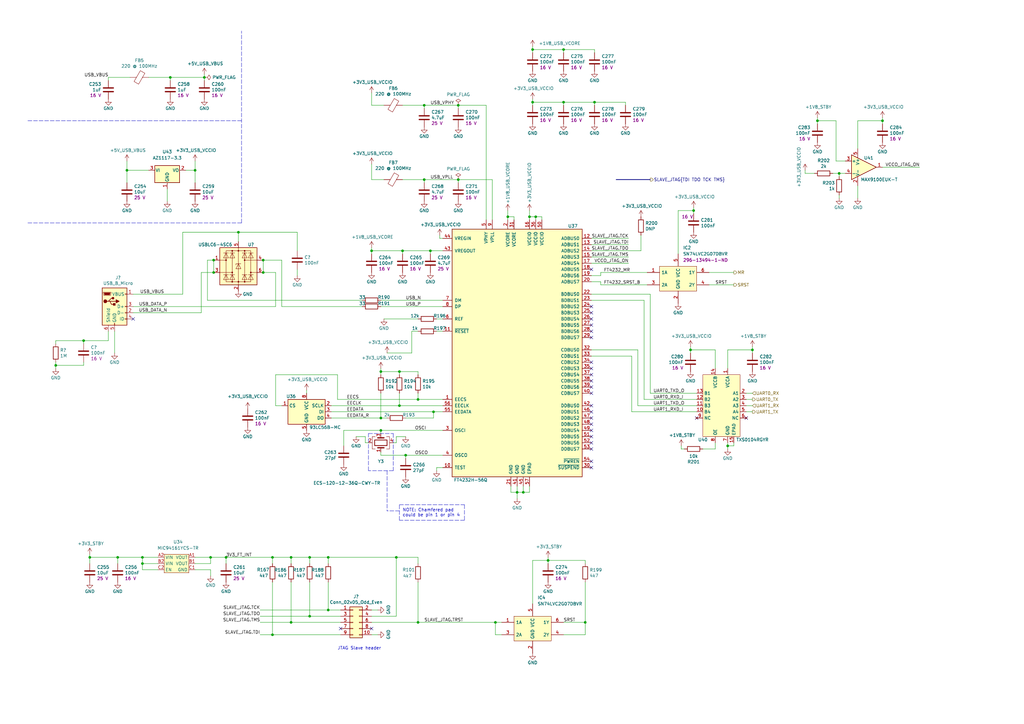
<source format=kicad_sch>
(kicad_sch (version 20211123) (generator eeschema)
  (paper "A3")
  (title_block (title "ATCA Template") (date "2022-08-28") (rev "1.0") (company "Karlsruhe Institute of Technology (KIT)") (comment 1 "Carsten Schmerbeck"))
  (junction (at 156.21 176.53))
  (junction (at 87.63 111.76))
  (junction (at 107.95 106.68))
  (junction (at 176.53 102.87))
  (junction (at 119.38 255.27))
  (junction (at 243.84 41.91))
  (junction (at 97.79 95.25))
  (junction (at 173.99 73.66))
  (junction (at 165.1 102.87))
  (junction (at 36.83 228.6))
  (junction (at 163.83 166.37))
  (junction (at 298.45 182.88))
  (junction (at 156.21 171.45))
  (junction (at 92.71 228.6))
  (junction (at 83.82 31.75))
  (junction (at 58.42 228.6))
  (junction (at 163.83 152.4))
  (junction (at 218.44 41.91))
  (junction (at 208.28 88.9))
  (junction (at 240.03 255.27))
  (junction (at 173.99 43.18))
  (junction (at 177.8 168.91))
  (junction (at 187.96 43.18))
  (junction (at 166.37 186.69))
  (junction (at 80.01 69.85))
  (junction (at 152.4 102.87))
  (junction (at 58.42 231.14))
  (junction (at 87.63 106.68))
  (junction (at 284.48 86.36))
  (junction (at 344.17 71.12))
  (junction (at 162.56 228.6))
  (junction (at 86.36 228.6))
  (junction (at 107.95 111.76))
  (junction (at 231.14 41.91))
  (junction (at 283.21 143.51))
  (junction (at 127 228.6))
  (junction (at 171.45 163.83))
  (junction (at 134.62 250.19))
  (junction (at 134.62 228.6))
  (junction (at 171.45 255.27))
  (junction (at 214.63 201.93))
  (junction (at 212.09 201.93))
  (junction (at 111.76 228.6))
  (junction (at 308.61 143.51))
  (junction (at 52.07 69.85))
  (junction (at 156.21 152.4))
  (junction (at 217.17 88.9))
  (junction (at 22.86 149.86))
  (junction (at 119.38 228.6))
  (junction (at 69.85 31.75))
  (junction (at 224.79 229.87))
  (junction (at 34.29 139.7))
  (junction (at 187.96 73.66))
  (junction (at 335.28 49.53))
  (junction (at 48.26 228.6))
  (junction (at 218.44 20.32))
  (junction (at 231.14 20.32))
  (junction (at 203.2 255.27))
  (junction (at 219.71 88.9))
  (junction (at 361.95 49.53))
  (junction (at 127 252.73))
  (junction (at 111.76 260.35))
  (no_connect (at 242.57 161.29))
  (no_connect (at 54.61 130.81))
  (no_connect (at 242.57 130.81))
  (no_connect (at 242.57 176.53))
  (no_connect (at 139.7 257.81))
  (no_connect (at 152.4 257.81))
  (no_connect (at 242.57 171.45))
  (no_connect (at 242.57 110.49))
  (no_connect (at 242.57 133.35))
  (no_connect (at 242.57 135.89))
  (no_connect (at 242.57 173.99))
  (no_connect (at 242.57 158.75))
  (no_connect (at 242.57 166.37))
  (no_connect (at 242.57 191.77))
  (no_connect (at 242.57 138.43))
  (no_connect (at 242.57 179.07))
  (no_connect (at 242.57 148.59))
  (no_connect (at 242.57 181.61))
  (no_connect (at 242.57 184.15))
  (no_connect (at 242.57 156.21))
  (no_connect (at 242.57 153.67))
  (no_connect (at 242.57 128.27))
  (no_connect (at 242.57 125.73))
  (no_connect (at 306.07 171.45))
  (no_connect (at 285.75 171.45))
  (no_connect (at 242.57 151.13))
  (no_connect (at 242.57 189.23))
  (no_connect (at 242.57 168.91))
  (polyline (pts (xy 11.43 49.53) (xy 33.02 49.53)))
  (wire (pts (xy 48.26 228.6) (xy 48.26 231.14)))
  (wire (pts (xy 243.84 43.18) (xy 243.84 41.91)))
  (wire (pts (xy 298.45 143.51) (xy 298.45 151.13)))
  (wire (pts (xy 279.4 182.88) (xy 279.4 184.15)))
  (wire (pts (xy 156.21 186.69) (xy 166.37 186.69)))
  (wire (pts (xy 300.99 181.61) (xy 300.99 182.88)))
  (wire (pts (xy 140.97 182.88) (xy 140.97 176.53)))
  (wire (pts (xy 173.99 43.18) (xy 187.96 43.18)))
  (wire (pts (xy 240.03 238.76) (xy 240.03 255.27)))
  (wire (pts (xy 158.75 144.78) (xy 168.91 144.78)))
  (wire (pts (xy 199.39 43.18) (xy 187.96 43.18)))
  (wire (pts (xy 152.4 252.73) (xy 162.56 252.73)))
  (wire (pts (xy 224.79 231.14) (xy 224.79 229.87)))
  (wire (pts (xy 152.4 43.18) (xy 157.48 43.18)))
  (wire (pts (xy 74.93 120.65) (xy 74.93 95.25)))
  (wire (pts (xy 219.71 88.9) (xy 217.17 88.9)))
  (wire (pts (xy 256.54 41.91) (xy 243.84 41.91)))
  (wire (pts (xy 168.91 135.89) (xy 168.91 144.78)))
  (wire (pts (xy 149.86 179.07) (xy 149.86 181.61)))
  (wire (pts (xy 107.95 106.68) (xy 107.95 111.76)))
  (wire (pts (xy 224.79 228.6) (xy 224.79 229.87)))
  (wire (pts (xy 97.79 95.25) (xy 97.79 99.06)))
  (wire (pts (xy 308.61 142.24) (xy 308.61 143.51)))
  (wire (pts (xy 205.74 260.35) (xy 203.2 260.35)))
  (wire (pts (xy 149.86 181.61) (xy 151.13 181.61)))
  (wire (pts (xy 279.4 184.15) (xy 280.67 184.15)))
  (wire (pts (xy 121.92 95.25) (xy 121.92 102.87)))
  (wire (pts (xy 115.57 125.73) (xy 148.59 125.73)))
  (wire (pts (xy 240.03 229.87) (xy 240.03 231.14)))
  (wire (pts (xy 334.01 71.12) (xy 330.2 71.12)))
  (wire (pts (xy 64.77 231.14) (xy 58.42 231.14)))
  (wire (pts (xy 179.07 130.81) (xy 181.61 130.81)))
  (wire (pts (xy 308.61 143.51) (xy 308.61 144.78)))
  (wire (pts (xy 257.81 97.79) (xy 242.57 97.79)))
  (wire (pts (xy 80.01 231.14) (xy 86.36 231.14)))
  (wire (pts (xy 111.76 260.35) (xy 106.68 260.35)))
  (wire (pts (xy 115.57 125.73) (xy 115.57 106.68)))
  (wire (pts (xy 106.68 252.73) (xy 127 252.73)))
  (wire (pts (xy 168.91 135.89) (xy 171.45 135.89)))
  (wire (pts (xy 152.4 250.19) (xy 154.94 250.19)))
  (wire (pts (xy 152.4 101.6) (xy 152.4 102.87)))
  (wire (pts (xy 64.77 233.68) (xy 58.42 233.68)))
  (wire (pts (xy 201.93 73.66) (xy 187.96 73.66)))
  (wire (pts (xy 134.62 228.6) (xy 127 228.6)))
  (wire (pts (xy 86.36 228.6) (xy 92.71 228.6)))
  (wire (pts (xy 218.44 43.18) (xy 218.44 41.91)))
  (wire (pts (xy 284.48 86.36) (xy 278.13 86.36)))
  (wire (pts (xy 127 252.73) (xy 139.7 252.73)))
  (wire (pts (xy 208.28 88.9) (xy 208.28 90.17)))
  (wire (pts (xy 361.95 48.26) (xy 361.95 49.53)))
  (wire (pts (xy 283.21 143.51) (xy 283.21 144.78)))
  (wire (pts (xy 209.55 199.39) (xy 209.55 201.93)))
  (wire (pts (xy 163.83 166.37) (xy 181.61 166.37)))
  (wire (pts (xy 218.44 21.59) (xy 218.44 20.32)))
  (wire (pts (xy 138.43 163.83) (xy 138.43 153.67)))
  (wire (pts (xy 346.71 71.12) (xy 344.17 71.12)))
  (wire (pts (xy 171.45 161.29) (xy 171.45 163.83)))
  (wire (pts (xy 166.37 187.96) (xy 166.37 186.69)))
  (wire (pts (xy 179.07 193.04) (xy 179.07 191.77)))
  (wire (pts (xy 54.61 128.27) (xy 82.55 128.27)))
  (wire (pts (xy 181.61 176.53) (xy 156.21 176.53)))
  (wire (pts (xy 22.86 148.59) (xy 22.86 149.86)))
  (wire (pts (xy 74.93 95.25) (xy 97.79 95.25)))
  (wire (pts (xy 242.57 100.33) (xy 257.81 100.33)))
  (wire (pts (xy 242.57 107.95) (xy 257.81 107.95)))
  (wire (pts (xy 177.8 171.45) (xy 177.8 168.91)))
  (wire (pts (xy 171.45 238.76) (xy 171.45 255.27)))
  (wire (pts (xy 36.83 228.6) (xy 36.83 227.33)))
  (polyline (pts (xy 163.83 207.01) (xy 190.5 207.01)))
  (wire (pts (xy 298.45 184.15) (xy 298.45 182.88)))
  (wire (pts (xy 87.63 106.68) (xy 87.63 111.76)))
  (wire (pts (xy 86.36 236.22) (xy 86.36 233.68)))
  (wire (pts (xy 187.96 74.93) (xy 187.96 73.66)))
  (polyline (pts (xy 163.83 213.36) (xy 163.83 207.01)))
  (wire (pts (xy 69.85 33.02) (xy 69.85 31.75)))
  (wire (pts (xy 231.14 20.32) (xy 218.44 20.32)))
  (wire (pts (xy 261.62 166.37) (xy 285.75 166.37)))
  (wire (pts (xy 44.45 33.02) (xy 44.45 31.75)))
  (wire (pts (xy 335.28 50.8) (xy 335.28 49.53)))
  (wire (pts (xy 218.44 229.87) (xy 218.44 247.65)))
  (wire (pts (xy 266.7 161.29) (xy 285.75 161.29)))
  (wire (pts (xy 266.7 161.29) (xy 266.7 120.65)))
  (wire (pts (xy 82.55 111.76) (xy 82.55 128.27)))
  (wire (pts (xy 285.75 168.91) (xy 259.08 168.91)))
  (wire (pts (xy 156.21 153.67) (xy 156.21 152.4)))
  (wire (pts (xy 218.44 20.32) (xy 218.44 19.05)))
  (wire (pts (xy 152.4 255.27) (xy 171.45 255.27)))
  (wire (pts (xy 134.62 250.19) (xy 139.7 250.19)))
  (polyline (pts (xy 99.06 91.44) (xy 99.06 12.7)))
  (wire (pts (xy 152.4 38.1) (xy 152.4 43.18)))
  (wire (pts (xy 177.8 168.91) (xy 181.61 168.91)))
  (wire (pts (xy 217.17 201.93) (xy 214.63 201.93)))
  (wire (pts (xy 152.4 67.31) (xy 152.4 73.66)))
  (wire (pts (xy 330.2 71.12) (xy 330.2 69.85)))
  (wire (pts (xy 342.9 49.53) (xy 342.9 66.04)))
  (wire (pts (xy 306.07 168.91) (xy 308.61 168.91)))
  (wire (pts (xy 163.83 161.29) (xy 163.83 166.37)))
  (wire (pts (xy 240.03 260.35) (xy 240.03 255.27)))
  (wire (pts (xy 199.39 90.17) (xy 199.39 43.18)))
  (wire (pts (xy 344.17 81.28) (xy 344.17 80.01)))
  (wire (pts (xy 119.38 255.27) (xy 139.7 255.27)))
  (wire (pts (xy 377.19 68.58) (xy 361.95 68.58)))
  (wire (pts (xy 173.99 44.45) (xy 173.99 43.18)))
  (wire (pts (xy 218.44 41.91) (xy 218.44 40.64)))
  (wire (pts (xy 283.21 143.51) (xy 293.37 143.51)))
  (wire (pts (xy 284.48 87.63) (xy 284.48 86.36)))
  (wire (pts (xy 259.08 146.05) (xy 242.57 146.05)))
  (wire (pts (xy 246.38 113.03) (xy 242.57 113.03)))
  (wire (pts (xy 156.21 123.19) (xy 181.61 123.19)))
  (wire (pts (xy 290.83 116.84) (xy 300.99 116.84)))
  (polyline (pts (xy 158.75 193.04) (xy 158.75 209.55)))
  (wire (pts (xy 180.34 97.79) (xy 181.61 97.79)))
  (wire (pts (xy 181.61 163.83) (xy 171.45 163.83)))
  (wire (pts (xy 92.71 228.6) (xy 111.76 228.6)))
  (wire (pts (xy 259.08 168.91) (xy 259.08 146.05)))
  (wire (pts (xy 119.38 228.6) (xy 111.76 228.6)))
  (polyline (pts (xy 99.06 91.44) (xy 33.02 91.44)))
  (wire (pts (xy 165.1 102.87) (xy 165.1 104.14)))
  (wire (pts (xy 222.25 88.9) (xy 219.71 88.9)))
  (wire (pts (xy 119.38 228.6) (xy 119.38 231.14)))
  (wire (pts (xy 293.37 143.51) (xy 293.37 151.13)))
  (wire (pts (xy 106.68 250.19) (xy 134.62 250.19)))
  (wire (pts (xy 162.56 228.6) (xy 162.56 252.73)))
  (wire (pts (xy 34.29 148.59) (xy 34.29 149.86)))
  (wire (pts (xy 107.95 111.76) (xy 113.03 111.76)))
  (wire (pts (xy 171.45 228.6) (xy 171.45 231.14)))
  (wire (pts (xy 257.81 105.41) (xy 242.57 105.41)))
  (wire (pts (xy 52.07 74.93) (xy 52.07 69.85)))
  (wire (pts (xy 156.21 171.45) (xy 156.21 161.29)))
  (wire (pts (xy 187.96 44.45) (xy 187.96 43.18)))
  (wire (pts (xy 135.89 171.45) (xy 156.21 171.45)))
  (wire (pts (xy 214.63 201.93) (xy 212.09 201.93)))
  (wire (pts (xy 166.37 186.69) (xy 181.61 186.69)))
  (wire (pts (xy 308.61 143.51) (xy 298.45 143.51)))
  (wire (pts (xy 82.55 111.76) (xy 87.63 111.76)))
  (wire (pts (xy 344.17 72.39) (xy 344.17 71.12)))
  (wire (pts (xy 242.57 143.51) (xy 261.62 143.51)))
  (wire (pts (xy 171.45 255.27) (xy 203.2 255.27)))
  (wire (pts (xy 335.28 49.53) (xy 335.28 48.26)))
  (wire (pts (xy 361.95 49.53) (xy 351.79 49.53)))
  (wire (pts (xy 262.89 96.52) (xy 262.89 102.87)))
  (wire (pts (xy 44.45 139.7) (xy 34.29 139.7)))
  (wire (pts (xy 351.79 81.28) (xy 351.79 76.2)))
  (wire (pts (xy 113.03 125.73) (xy 113.03 111.76)))
  (polyline (pts (xy 11.43 91.44) (xy 33.02 91.44)))
  (wire (pts (xy 87.63 106.68) (xy 85.09 106.68)))
  (wire (pts (xy 265.43 111.76) (xy 246.38 111.76)))
  (wire (pts (xy 351.79 49.53) (xy 351.79 60.96)))
  (wire (pts (xy 138.43 163.83) (xy 171.45 163.83)))
  (wire (pts (xy 217.17 88.9) (xy 217.17 90.17)))
  (wire (pts (xy 34.29 139.7) (xy 22.86 139.7)))
  (wire (pts (xy 217.17 199.39) (xy 217.17 201.93)))
  (wire (pts (xy 113.03 166.37) (xy 115.57 166.37)))
  (wire (pts (xy 300.99 182.88) (xy 298.45 182.88)))
  (wire (pts (xy 212.09 201.93) (xy 212.09 204.47)))
  (wire (pts (xy 68.58 77.47) (xy 68.58 82.55)))
  (wire (pts (xy 86.36 233.68) (xy 80.01 233.68)))
  (wire (pts (xy 80.01 66.04) (xy 80.01 69.85)))
  (wire (pts (xy 134.62 228.6) (xy 134.62 231.14)))
  (wire (pts (xy 156.21 176.53) (xy 156.21 177.8)))
  (wire (pts (xy 278.13 86.36) (xy 278.13 104.14)))
  (wire (pts (xy 69.85 31.75) (xy 83.82 31.75)))
  (wire (pts (xy 231.14 260.35) (xy 240.03 260.35)))
  (wire (pts (xy 85.09 123.19) (xy 148.59 123.19)))
  (wire (pts (xy 119.38 238.76) (xy 119.38 255.27)))
  (wire (pts (xy 156.21 171.45) (xy 158.75 171.45)))
  (wire (pts (xy 231.14 43.18) (xy 231.14 41.91)))
  (wire (pts (xy 181.61 102.87) (xy 176.53 102.87)))
  (wire (pts (xy 22.86 149.86) (xy 22.86 151.13)))
  (bus (pts (xy 252.73 73.66) (xy 266.7 73.66)))
  (wire (pts (xy 246.38 115.57) (xy 246.38 116.84)))
  (wire (pts (xy 156.21 185.42) (xy 156.21 186.69)))
  (wire (pts (xy 52.07 66.04) (xy 52.07 69.85)))
  (wire (pts (xy 176.53 104.14) (xy 176.53 102.87)))
  (wire (pts (xy 261.62 143.51) (xy 261.62 166.37)))
  (wire (pts (xy 224.79 229.87) (xy 240.03 229.87)))
  (wire (pts (xy 171.45 152.4) (xy 163.83 152.4)))
  (wire (pts (xy 58.42 233.68) (xy 58.42 231.14)))
  (wire (pts (xy 135.89 166.37) (xy 163.83 166.37)))
  (wire (pts (xy 243.84 20.32) (xy 231.14 20.32)))
  (wire (pts (xy 203.2 255.27) (xy 205.74 255.27)))
  (wire (pts (xy 36.83 228.6) (xy 36.83 231.14)))
  (polyline (pts (xy 163.83 209.55) (xy 158.75 209.55)))
  (wire (pts (xy 342.9 49.53) (xy 335.28 49.53)))
  (wire (pts (xy 135.89 168.91) (xy 177.8 168.91)))
  (wire (pts (xy 58.42 228.6) (xy 64.77 228.6)))
  (wire (pts (xy 83.82 31.75) (xy 83.82 30.48)))
  (wire (pts (xy 264.16 163.83) (xy 285.75 163.83)))
  (wire (pts (xy 48.26 228.6) (xy 58.42 228.6)))
  (wire (pts (xy 264.16 123.19) (xy 264.16 163.83)))
  (wire (pts (xy 134.62 228.6) (xy 162.56 228.6)))
  (wire (pts (xy 256.54 43.18) (xy 256.54 41.91)))
  (wire (pts (xy 162.56 181.61) (xy 162.56 179.07)))
  (wire (pts (xy 243.84 41.91) (xy 231.14 41.91)))
  (wire (pts (xy 111.76 228.6) (xy 111.76 231.14)))
  (wire (pts (xy 173.99 73.66) (xy 187.96 73.66)))
  (wire (pts (xy 214.63 199.39) (xy 214.63 201.93)))
  (wire (pts (xy 209.55 201.93) (xy 212.09 201.93)))
  (wire (pts (xy 119.38 255.27) (xy 106.68 255.27)))
  (wire (pts (xy 111.76 238.76) (xy 111.76 260.35)))
  (wire (pts (xy 146.05 179.07) (xy 149.86 179.07)))
  (wire (pts (xy 152.4 102.87) (xy 165.1 102.87)))
  (wire (pts (xy 290.83 111.76) (xy 300.99 111.76)))
  (wire (pts (xy 217.17 86.36) (xy 217.17 88.9)))
  (wire (pts (xy 284.48 85.09) (xy 284.48 86.36)))
  (polyline (pts (xy 161.29 193.04) (xy 151.13 193.04)))
  (wire (pts (xy 161.29 181.61) (xy 162.56 181.61)))
  (wire (pts (xy 86.36 231.14) (xy 86.36 228.6)))
  (wire (pts (xy 212.09 199.39) (xy 212.09 201.93)))
  (wire (pts (xy 85.09 106.68) (xy 85.09 123.19)))
  (wire (pts (xy 46.99 135.89) (xy 46.99 144.78)))
  (wire (pts (xy 152.4 73.66) (xy 157.48 73.66)))
  (wire (pts (xy 58.42 231.14) (xy 58.42 228.6)))
  (wire (pts (xy 157.48 130.81) (xy 171.45 130.81)))
  (wire (pts (xy 138.43 153.67) (xy 113.03 153.67)))
  (wire (pts (xy 283.21 142.24) (xy 283.21 143.51)))
  (wire (pts (xy 224.79 229.87) (xy 218.44 229.87)))
  (wire (pts (xy 44.45 31.75) (xy 53.34 31.75)))
  (wire (pts (xy 166.37 171.45) (xy 177.8 171.45)))
  (wire (pts (xy 171.45 153.67) (xy 171.45 152.4)))
  (wire (pts (xy 97.79 95.25) (xy 121.92 95.25)))
  (wire (pts (xy 127 238.76) (xy 127 252.73)))
  (wire (pts (xy 231.14 41.91) (xy 218.44 41.91)))
  (wire (pts (xy 262.89 102.87) (xy 242.57 102.87)))
  (wire (pts (xy 298.45 182.88) (xy 298.45 181.61)))
  (wire (pts (xy 210.82 88.9) (xy 208.28 88.9)))
  (wire (pts (xy 152.4 260.35) (xy 154.94 260.35)))
  (wire (pts (xy 201.93 90.17) (xy 201.93 73.66)))
  (wire (pts (xy 266.7 120.65) (xy 242.57 120.65)))
  (wire (pts (xy 208.28 86.36) (xy 208.28 88.9)))
  (wire (pts (xy 219.71 90.17) (xy 219.71 88.9)))
  (wire (pts (xy 34.29 139.7) (xy 34.29 140.97)))
  (wire (pts (xy 152.4 102.87) (xy 152.4 104.14)))
  (wire (pts (xy 231.14 21.59) (xy 231.14 20.32)))
  (wire (pts (xy 163.83 152.4) (xy 156.21 152.4)))
  (wire (pts (xy 203.2 260.35) (xy 203.2 255.27)))
  (wire (pts (xy 180.34 96.52) (xy 180.34 97.79)))
  (wire (pts (xy 344.17 71.12) (xy 341.63 71.12)))
  (wire (pts (xy 44.45 139.7) (xy 44.45 135.89)))
  (wire (pts (xy 52.07 69.85) (xy 60.96 69.85)))
  (wire (pts (xy 60.96 31.75) (xy 69.85 31.75)))
  (wire (pts (xy 36.83 228.6) (xy 48.26 228.6)))
  (wire (pts (xy 121.92 110.49) (xy 121.92 113.03)))
  (wire (pts (xy 54.61 120.65) (xy 74.93 120.65)))
  (wire (pts (xy 80.01 228.6) (xy 86.36 228.6)))
  (wire (pts (xy 92.71 231.14) (xy 92.71 228.6)))
  (wire (pts (xy 242.57 123.19) (xy 264.16 123.19)))
  (wire (pts (xy 210.82 90.17) (xy 210.82 88.9)))
  (wire (pts (xy 127 228.6) (xy 119.38 228.6)))
  (wire (pts (xy 127 228.6) (xy 127 231.14)))
  (wire (pts (xy 165.1 43.18) (xy 173.99 43.18)))
  (wire (pts (xy 176.53 102.87) (xy 165.1 102.87)))
  (wire (pts (xy 181.61 125.73) (xy 156.21 125.73)))
  (wire (pts (xy 140.97 176.53) (xy 156.21 176.53)))
  (wire (pts (xy 246.38 111.76) (xy 246.38 113.03)))
  (wire (pts (xy 80.01 69.85) (xy 80.01 74.93)))
  (polyline (pts (xy 151.13 177.8) (xy 161.29 177.8)))
  (wire (pts (xy 83.82 33.02) (xy 83.82 31.75)))
  (wire (pts (xy 231.14 255.27) (xy 240.03 255.27)))
  (wire (pts (xy 361.95 49.53) (xy 361.95 50.8)))
  (wire (pts (xy 76.2 69.85) (xy 80.01 69.85)))
  (wire (pts (xy 222.25 88.9) (xy 222.25 90.17)))
  (polyline (pts (xy 99.06 49.53) (xy 33.02 49.53)))
  (polyline (pts (xy 190.5 213.36) (xy 163.83 213.36)))
  (wire (pts (xy 288.29 184.15) (xy 293.37 184.15)))
  (wire (pts (xy 173.99 74.93) (xy 173.99 73.66)))
  (wire (pts (xy 34.29 149.86) (xy 22.86 149.86)))
  (wire (pts (xy 111.76 260.35) (xy 139.7 260.35)))
  (wire (pts (xy 113.03 153.67) (xy 113.03 166.37)))
  (wire (pts (xy 22.86 139.7) (xy 22.86 140.97)))
  (wire (pts (xy 306.07 163.83) (xy 308.61 163.83)))
  (polyline (pts (xy 190.5 207.01) (xy 190.5 213.36)))
  (polyline (pts (xy 151.13 193.04) (xy 151.13 177.8)))
  (wire (pts (xy 243.84 21.59) (xy 243.84 20.32)))
  (wire (pts (xy 342.9 66.04) (xy 346.71 66.04)))
  (wire (pts (xy 166.37 179.07) (xy 162.56 179.07)))
  (wire (pts (xy 54.61 125.73) (xy 113.03 125.73)))
  (wire (pts (xy 134.62 238.76) (xy 134.62 250.19)))
  (wire (pts (xy 246.38 116.84) (xy 265.43 116.84)))
  (wire (pts (xy 156.21 152.4) (xy 156.21 151.13)))
  (wire (pts (xy 163.83 153.67) (xy 163.83 152.4)))
  (wire (pts (xy 179.07 191.77) (xy 181.61 191.77)))
  (wire (pts (xy 242.57 115.57) (xy 246.38 115.57)))
  (wire (pts (xy 293.37 184.15) (xy 293.37 181.61)))
  (wire (pts (xy 115.57 106.68) (xy 107.95 106.68)))
  (wire (pts (xy 125.73 160.02) (xy 125.73 161.29)))
  (polyline (pts (xy 161.29 177.8) (xy 161.29 193.04)))
  (wire (pts (xy 179.07 135.89) (xy 181.61 135.89)))
  (wire (pts (xy 308.61 161.29) (xy 306.07 161.29)))
  (wire (pts (xy 165.1 73.66) (xy 173.99 73.66)))
  (wire (pts (xy 308.61 166.37) (xy 306.07 166.37)))
  (wire (pts (xy 162.56 228.6) (xy 171.45 228.6)))
  (text "NOTE: Chamfered pad \ncould be pin 1 or pin 4" (at 165.1 212.09 0) (effects (font (size 1.27 1.27)) (justify left bottom)))
  (text "JTAG Slave header" (at 138.43 266.7 0) (effects (font (size 1.27 1.27)) (justify left bottom)))
  (label "USB_VBUS" (at 44.45 31.75 180))
  (label "SLAVE_JTAG.TDI" (at 106.68 260.35 180))
  (label "UART0_TXD_O" (at 267.97 161.29 0))
  (label "FT4232_SRST_B" (at 247.65 116.84 0))
  (label "UART1_RXD_I" (at 267.97 168.91 0))
  (label "SLAVE_JTAG.TCK" (at 257.81 97.79 180))
  (label "VCCO_JTAG_ON" (at 257.81 107.95 180))
  (label "SLAVE_JTAG.TDI" (at 257.81 100.33 180))
  (label "USB_P" (at 166.37 125.73 0))
  (label "SLAVE_JTAG.TMS" (at 257.81 105.41 180))
  (label "USB_DATA_N" (at 68.58 128.27 180))
  (label "UART0_RXD_I" (at 267.97 163.83 0))
  (label "SLAVE_JTAG.TMS" (at 106.68 255.27 180))
  (label "USB_N" (at 166.37 123.19 0))
  (label "SRST" (at 231.14 255.27 0))
  (label "OSCO" (at 170.18 186.69 0))
  (label "OSCI" (at 170.18 176.53 0))
  (label "3V3_FT_INT" (at 92.71 228.6 0))
  (label "SLAVE_JTAG.TDO" (at 257.81 102.87 180))
  (label "SLAVE_JTAG.TRST" (at 173.99 255.27 0))
  (label "EECS" (at 142.24 163.83 0))
  (label "EEDATA_R" (at 142.24 171.45 0))
  (label "USB_VBUS" (at 67.31 120.65 180))
  (label "SLAVE_JTAG.TDO" (at 106.68 252.73 180))
  (label "EECLK" (at 142.24 166.37 0))
  (label "VCCO_JTAG_ON" (at 377.19 68.58 180))
  (label "UART1_TXD_O" (at 267.97 166.37 0))
  (label "EEDATA" (at 142.24 168.91 0))
  (label "FT4232_MR" (at 247.65 111.76 0))
  (label "USB_VPHY" (at 176.53 43.18 0))
  (label "USB_VPLL" (at 176.53 73.66 0))
  (label "SLAVE_JTAG.TCK" (at 106.68 250.19 180))
  (label "SRST" (at 293.37 116.84 0))
  (label "USB_DATA_P" (at 68.58 125.73 180))
  (hierarchical_label "UART0_RX" (shape input) (at 308.61 161.29 0))
  (hierarchical_label "UART1_TX" (shape output) (at 308.61 168.91 0))
  (hierarchical_label "SLAVE_JTAG{TDI TDO TCK TMS}" (shape output) (at 266.7 73.66 0))
  (hierarchical_label "UART1_RX" (shape input) (at 308.61 166.37 0))
  (hierarchical_label "SRST" (shape output) (at 300.99 116.84 0))
  (hierarchical_label "MR" (shape output) (at 300.99 111.76 0))
  (hierarchical_label "UART0_TX" (shape output) (at 308.61 163.83 0))
  (symbol (lib_id "Device:C") (at 173.99 48.26 0) (mirror y) (unit 1)
    (property "Reference" "C267" (at 176.911 45.9486 0) (effects (justify right)))
    (property "Value" "4.7uF" (at 176.911 48.26 0) (effects (justify right)))
    (property "Footprint" "Capacitor_SMD:C_0603_1608Metric" (effects hide))
    (property "voltage" "25 V" (at 176.911 50.5714 0) (effects (justify right)))
    (property "stock" "AVT-IPE" (effects hide))
  )
  (symbol (lib_id "Device:R") (at 240.03 234.95 0) (unit 1)
    (property "Reference" "R199" (at 241.808 233.7816 0) (effects (justify left)))
    (property "Value" "4k7" (at 241.808 236.093 0) (effects (justify left)))
    (property "Footprint" "Resistor_SMD:R_0402_1005Metric" (effects hide))
    (property "tolerance" "1%" (effects hide))
    (property "stock" "AVT-IPE" (effects hide))
    (property "digikey#" "A129635CT-ND" (effects hide))
    (property "manf" "TE" (effects hide))
    (property "manf#" "CRGCQ0402F4K7" (effects hide))
  )
  (symbol (lib_id "power:GND") (at 173.99 82.55 0) (unit 1)
    (property "Reference" "#PWR0726" (effects hide))
    (property "Value" "GND" (at 173.99 86.36 0))
  )
  (symbol (lib_id "power:PWR_FLAG") (at 83.82 31.75 270) (unit 1)
    (property "Reference" "#FLG015" (effects hide))
    (property "Value" "PWR_FLAG" (at 87.0712 31.75 90) (effects (justify left)))
  )
  (symbol (lib_id "Device:C") (at 218.44 46.99 0) (unit 1)
    (property "Reference" "C273" (at 221.361 44.6786 0) (effects (justify left)))
    (property "Value" "100nF" (at 221.361 46.99 0) (effects (justify left)))
    (property "Footprint" "Capacitor_SMD:C_0402_1005Metric" (effects hide))
    (property "voltage" "16 V" (at 221.361 49.3014 0) (effects (justify left)))
    (property "stock" "AVT-IPE" (effects hide))
  )
  (symbol (lib_id "KIT_Power:+3V3_STBY") (at 224.79 228.6 0) (unit 1)
    (property "Reference" "#PWR0743" (effects hide))
    (property "Value" "+3V3_STBY" (at 225.171 224.2058 0))
  )
  (symbol (lib_id "KIT_Power:+3V3_USB_VCCIO") (at 180.34 96.52 0) (unit 1)
    (property "Reference" "#PWR0729" (effects hide))
    (property "Value" "+3V3_USB_VCCIO" (at 180.721 92.1258 0))
  )
  (symbol (lib_id "Device:R") (at 344.17 76.2 0) (unit 1)
    (property "Reference" "R203" (at 342.4174 75.0316 0) (effects (justify right)))
    (property "Value" "1k" (at 342.4174 77.343 0) (effects (justify right)))
    (property "Footprint" "Resistor_SMD:R_0402_1005Metric" (effects hide))
    (property "tolerance" "1%" (effects hide))
    (property "stock" "AVT-IPE" (effects hide))
    (property "digikey#" "A129627CT-ND" (effects hide))
    (property "manf" "TE" (effects hide))
    (property "manf#" "CRGCQ0402F1K0" (effects hide))
  )
  (symbol (lib_id "power:GND") (at 146.05 179.07 0) (mirror y) (unit 1)
    (property "Reference" "#PWR0714" (effects hide))
    (property "Value" "GND" (at 146.05 182.88 0))
  )
  (symbol (lib_id "Device:R") (at 262.89 92.71 0) (unit 1)
    (property "Reference" "R200" (at 264.668 91.5416 0) (effects (justify left)))
    (property "Value" "DNP" (at 264.668 93.853 0) (effects (justify left)))
    (property "Footprint" "KIT_Resistor_SMD:R_0402_1005Metric_DNP" (effects hide))
    (property "DNP" "DNP" (effects hide))
    (property "stock" "DNP" (effects hide))
  )
  (symbol (lib_id "power:PWR_FLAG") (at 187.96 43.18 0) (unit 1)
    (property "Reference" "#FLG016" (effects hide))
    (property "Value" "PWR_FLAG" (at 187.96 38.7858 0))
  )
  (symbol (lib_id "power:GND") (at 46.99 144.78 0) (unit 1)
    (property "Reference" "#PWR?" (effects hide))
    (property "Value" "GND" (at 46.99 148.59 0))
  )
  (symbol (lib_id "Device:R") (at 162.56 171.45 270) (unit 1)
    (property "Reference" "R193" (at 167.64 170.18 90))
    (property "Value" "2k" (at 158.75 170.18 90))
    (property "Footprint" "Resistor_SMD:R_0402_1005Metric" (effects hide))
    (property "tolerance" "1%" (effects hide))
    (property "stock" "AVT-IPE" (effects hide))
    (property "digikey#" "RMCF0402FT2K00CT-ND" (effects hide))
    (property "manf" "Stackpole Electronics Inc" (effects hide))
    (property "manf#" "RMCF0402FT2K00" (effects hide))
  )
  (symbol (lib_id "power:GND") (at 166.37 179.07 0) (unit 1)
    (property "Reference" "#PWR0723" (effects hide))
    (property "Value" "GND" (at 166.37 182.88 0))
  )
  (symbol (lib_id "Device:R") (at 111.76 234.95 0) (mirror y) (unit 1)
    (property "Reference" "R167" (at 110.49 233.68 0) (effects (justify left)))
    (property "Value" "4k7" (at 109.982 236.093 0) (effects (justify left)))
    (property "Footprint" "Resistor_SMD:R_0402_1005Metric" (effects hide))
    (property "tolerance" "1%" (effects hide))
    (property "stock" "AVT-IPE" (effects hide))
    (property "digikey#" "A129635CT-ND" (effects hide))
    (property "manf" "TE" (effects hide))
    (property "manf#" "CRGCQ0402F4K7" (effects hide))
  )
  (symbol (lib_id "Device:C") (at 34.29 144.78 0) (unit 1)
    (property "Reference" "C?" (at 37.211 142.4686 0) (effects (justify left)))
    (property "Value" "100nF" (at 37.211 144.78 0) (effects (justify left)))
    (property "Footprint" "Capacitor_SMD:C_0603_1608Metric" (effects hide))
    (property "voltage" "16 V" (at 37.211 147.0914 0) (effects (justify left)))
    (property "stock" "AVT-IPE" (effects hide))
  )
  (symbol (lib_id "Device:C") (at 173.99 78.74 0) (mirror y) (unit 1)
    (property "Reference" "C268" (at 176.911 76.4286 0) (effects (justify right)))
    (property "Value" "4.7uF" (at 176.911 78.74 0) (effects (justify right)))
    (property "Footprint" "Capacitor_SMD:C_0603_1608Metric" (effects hide))
    (property "voltage" "25 V" (at 176.911 81.0514 0) (effects (justify right)))
    (property "stock" "AVT-IPE" (effects hide))
  )
  (symbol (lib_id "Device:R") (at 152.4 125.73 270) (unit 1)
    (property "Reference" "R191" (at 157.48 124.46 90))
    (property "Value" "33" (at 148.59 124.46 90))
    (property "Footprint" "Resistor_SMD:R_0402_1005Metric" (effects hide))
    (property "stock" "AVT-IPE" (effects hide))
    (property "digikey#" "A129609CT-ND" (effects hide))
    (property "manf" "TE" (effects hide))
    (property "manf#" "CRGCQ0402F33R" (effects hide))
  )
  (symbol (lib_id "KIT_Power:+3V3_USB_VCCIO") (at 80.01 66.04 0) (unit 1)
    (property "Reference" "#PWR0701" (effects hide))
    (property "Value" "+3V3_USB_VCCIO" (at 80.391 61.6458 0))
  )
  (symbol (lib_id "power:GND") (at 361.95 58.42 0) (unit 1)
    (property "Reference" "#PWR0766" (effects hide))
    (property "Value" "GND" (at 361.95 62.23 0))
  )
  (symbol (lib_id "Device:Crystal_GND24") (at 156.21 181.61 90) (unit 1)
    (property "Reference" "Y3" (at 156.21 189.23 90))
    (property "Value" "ECS-120-12-36Q-CWY-TR" (at 142.24 198.12 90))
    (property "Footprint" "Crystal:Crystal_SMD_2520-4Pin_2.5x2.0mm" (effects hide))
    (property "Datasheet" "https://ecsxtal.com/store/pdf/ECX-2236Q.pdf" (effects hide))
    (property "manf#" "ECS-120-12-36Q-CWY-TR" (effects hide))
    (property "digikey#" "XC2419CT-ND" (effects hide))
  )
  (symbol (lib_id "power:GND") (at 22.86 151.13 0) (unit 1)
    (property "Reference" "#PWR?" (effects hide))
    (property "Value" "GND" (at 22.86 154.94 0))
  )
  (symbol (lib_id "KIT_Power:+3V3_USB_VCCIO") (at 101.6 167.64 0) (unit 1)
    (property "Reference" "#PWR0708" (effects hide))
    (property "Value" "+3V3_USB_VCCIO" (at 101.6 162.56 0))
  )
  (symbol (lib_id "KIT_Power:+1V8_USB_VCORE") (at 218.44 19.05 0) (unit 1)
    (property "Reference" "#PWR0738" (effects hide))
    (property "Value" "+1V8_USB_VCORE" (at 220.98 17.7799 0) (effects (justify left)))
  )
  (symbol (lib_id "Device:R") (at 119.38 234.95 0) (mirror y) (unit 1)
    (property "Reference" "R186" (at 117.602 233.7816 0) (effects (justify left)))
    (property "Value" "4k7" (at 117.602 236.093 0) (effects (justify left)))
    (property "Footprint" "Resistor_SMD:R_0402_1005Metric" (effects hide))
    (property "tolerance" "1%" (effects hide))
    (property "stock" "AVT-IPE" (effects hide))
    (property "digikey#" "A129635CT-ND" (effects hide))
    (property "manf" "TE" (effects hide))
    (property "manf#" "CRGCQ0402F4K7" (effects hide))
  )
  (symbol (lib_id "KIT_Power:+3V3_USB_VCCIO") (at 152.4 67.31 0) (unit 1)
    (property "Reference" "#PWR0716" (effects hide))
    (property "Value" "+3V3_USB_VCCIO" (at 152.781 62.9158 0))
  )
  (symbol (lib_id "KIT_Power:+3V3_USB_VCCIO") (at 330.2 69.85 0) (unit 1)
    (property "Reference" "#PWR0760" (effects hide))
    (property "Value" "+3V3_USB_VCCIO" (at 327.66 68.58 90))
  )
  (symbol (lib_id "KIT_Power:+3V3_USB_VCCIO") (at 125.73 160.02 0) (unit 1)
    (property "Reference" "#PWR0711" (effects hide))
    (property "Value" "+3V3_USB_VCCIO" (at 126.111 155.6258 0))
  )
  (symbol (lib_id "KIT_Power:+1V8_USB_VCORE") (at 152.4 101.6 0) (unit 1)
    (property "Reference" "#PWR0717" (effects hide))
    (property "Value" "+1V8_USB_VCORE" (at 152.781 97.2058 0))
  )
  (symbol (lib_id "power:GND") (at 212.09 204.47 0) (unit 1)
    (property "Reference" "#PWR0736" (effects hide))
    (property "Value" "GND" (at 212.09 208.28 0))
  )
  (symbol (lib_id "power:GND") (at 187.96 52.07 0) (unit 1)
    (property "Reference" "#PWR0732" (effects hide))
    (property "Value" "GND" (at 187.96 55.88 0))
  )
  (symbol (lib_id "KIT_Power:+5V_USB_VBUS") (at 83.82 30.48 0) (unit 1)
    (property "Reference" "#PWR0704" (effects hide))
    (property "Value" "+5V_USB_VBUS" (at 84.201 26.0858 0))
  )
  (symbol (lib_id "power:GND") (at 140.97 190.5 0) (unit 1)
    (property "Reference" "#PWR0713" (effects hide))
    (property "Value" "GND" (at 140.97 194.31 0))
  )
  (symbol (lib_id "Device:R") (at 163.83 157.48 0) (unit 1)
    (property "Reference" "R194" (at 165.608 156.3116 0) (effects (justify left)))
    (property "Value" "10k" (at 165.608 158.623 0) (effects (justify left)))
    (property "Footprint" "Resistor_SMD:R_0402_1005Metric" (effects hide))
    (property "tolerance" "1%" (effects hide))
    (property "stock" "AVT-IPE" (effects hide))
    (property "digikey#" "A129639CT-ND" (effects hide))
    (property "manf" "TE" (effects hide))
    (property "manf#" "CRGCQ0402F10K" (effects hide))
  )
  (symbol (lib_id "KIT_Comparator:MAX9100EUK-T") (at 354.33 68.58 0) (unit 1)
    (property "Reference" "U41" (at 354.33 64.77 0) (effects (justify left)))
    (property "Value" "MAX9100EUK-T" (at 353.06 73.66 0) (effects (justify left)))
    (property "Footprint" "Package_TO_SOT_SMD:SOT-23-5" (effects hide))
    (property "Datasheet" "https://www.mouser.de/datasheet/2/256/MAX9100-MAX9101-1291472.pdf." (effects hide))
    (property "digikey#" "MAX9100EUK+TCT-ND" (effects hide))
    (property "manf" "Maxim Integrated" (effects hide))
    (property "manf#" "MAX9100EUK+T" (effects hide))
  )
  (symbol (lib_id "KIT_Power:+5V_USB_VBUS") (at 52.07 66.04 0) (unit 1)
    (property "Reference" "#PWR0692" (effects hide))
    (property "Value" "+5V_USB_VBUS" (at 52.451 61.6458 0))
  )
  (symbol (lib_id "Device:C") (at 92.71 234.95 0) (unit 1)
    (property "Reference" "C261" (at 95.631 232.6386 0) (effects (justify left)))
    (property "Value" "10uF" (at 95.631 234.95 0) (effects (justify left)))
    (property "Footprint" "Capacitor_SMD:C_1210_3225Metric" (effects hide))
    (property "manf#" "C3225X7R1E106K250AC" (effects hide))
    (property "manf" "TDK Corporation" (effects hide))
    (property "voltage" "25 V" (at 95.631 237.2614 0) (effects (justify left)))
    (property "stock" "AVT-IPE" (effects hide))
    (property "digikey#" "445-3942-1-ND" (effects hide))
  )
  (symbol (lib_id "KIT_Power:+3V3_USB_VCCIO") (at 158.75 144.78 0) (unit 1)
    (property "Reference" "#PWR0721" (effects hide))
    (property "Value" "+3V3_USB_VCCIO" (at 159.131 140.3858 0))
  )
  (symbol (lib_id "Connector_Generic:Conn_02x05_Odd_Even") (at 144.78 255.27 0) (unit 1)
    (property "Reference" "J?" (at 146.05 244.6782 0))
    (property "Value" "Conn_02x05_Odd_Even" (at 146.05 246.9896 0))
    (property "Footprint" "KIT_Connector:IDC-Header_2x05_P2.54mm_Horizontal_withoutsilkscreen" (effects hide))
    (property "digikey#" "A33180-ND" (effects hide))
    (property "manf" "TE" (effects hide))
    (property "manf#" "5103311-1" (effects hide))
    (property "mouser#" "571-5103311-1" (effects hide))
  )
  (symbol (lib_id "Device:C") (at 152.4 107.95 0) (unit 1)
    (property "Reference" "C264" (at 155.321 105.6386 0) (effects (justify left)))
    (property "Value" "100nF" (at 155.321 107.95 0) (effects (justify left)))
    (property "Footprint" "Capacitor_SMD:C_0402_1005Metric" (effects hide))
    (property "voltage" "16 V" (at 155.321 110.2614 0) (effects (justify left)))
    (property "stock" "AVT-IPE" (effects hide))
  )
  (symbol (lib_id "power:GND") (at 218.44 29.21 0) (unit 1)
    (property "Reference" "#PWR0739" (effects hide))
    (property "Value" "GND" (at 218.44 33.02 0))
  )
  (symbol (lib_id "Device:FerriteBead") (at 161.29 43.18 270) (unit 1)
    (property "Reference" "FB6" (at 161.29 36.2204 90))
    (property "Value" "220 @ 100MHz" (at 161.29 38.5318 90))
    (property "Footprint" "Inductor_SMD:L_0603_1608Metric" (effects hide))
    (property "Datasheet" "https://product.tdk.com/info/en/catalog/datasheets/beads_automotive_power_mpz1608_en.pdf" (effects hide))
    (property "manf" "Murata" (effects hide))
    (property "manf#" "BLM18SG221TN1D" (effects hide))
    (property "info" "220 Ohms @ 100MHz 1 Power Line Ferrite Bead 0603 (1608 Metric) 2.2A 50mOhm" (effects hide))
    (property "digikey#" "490-5225-1-ND" (effects hide))
  )
  (symbol (lib_id "Device:C") (at 231.14 46.99 0) (unit 1)
    (property "Reference" "C276" (at 234.061 44.6786 0) (effects (justify left)))
    (property "Value" "100nF" (at 234.061 46.99 0) (effects (justify left)))
    (property "Footprint" "Capacitor_SMD:C_0402_1005Metric" (effects hide))
    (property "voltage" "16 V" (at 234.061 49.3014 0) (effects (justify left)))
    (property "stock" "AVT-IPE" (effects hide))
  )
  (symbol (lib_id "Device:C") (at 218.44 25.4 0) (unit 1)
    (property "Reference" "C272" (at 221.361 23.0886 0) (effects (justify left)))
    (property "Value" "100nF" (at 221.361 25.4 0) (effects (justify left)))
    (property "Footprint" "Capacitor_SMD:C_0402_1005Metric" (effects hide))
    (property "voltage" "16 V" (at 221.361 27.7114 0) (effects (justify left)))
    (property "stock" "AVT-IPE" (effects hide))
  )
  (symbol (lib_id "power:GND") (at 187.96 82.55 0) (unit 1)
    (property "Reference" "#PWR0733" (effects hide))
    (property "Value" "GND" (at 187.96 86.36 0))
  )
  (symbol (lib_id "power:GND") (at 48.26 238.76 0) (unit 1)
    (property "Reference" "#PWR0697" (effects hide))
    (property "Value" "GND" (at 48.26 242.57 0))
  )
  (symbol (lib_id "KIT_Interface_USB:FT4232H-56Q") (at 212.09 146.05 0) (unit 1)
    (property "Reference" "U37" (at 234.95 92.71 0))
    (property "Value" "FT4232H-56Q" (at 193.04 196.85 0))
    (property "Footprint" "KIT_Package_DFN_QFN:VQFN-56-1EP_8x8mm_P0.5mm_EP5.9x5.9mm" (effects hide))
    (property "Datasheet" "https://www.ftdichip.com/Support/Documents/DataSheets/ICs/DS_FT4232H.pdf" (effects hide))
    (property "rs#" "111-5926" (effects hide))
    (property "manf" "FTDI Chip" (effects hide))
    (property "manf#" "FT4232H-56Q-TRAY" (effects hide))
    (property "digikey#" "768-1378-1-ND" (effects hide))
    (property "mouser#" "895-FT4232H-56Q-TRAY" (effects hide))
  )
  (symbol (lib_id "Device:C") (at 165.1 107.95 0) (unit 1)
    (property "Reference" "C265" (at 168.021 105.6386 0) (effects (justify left)))
    (property "Value" "100nF" (at 168.021 107.95 0) (effects (justify left)))
    (property "Footprint" "Capacitor_SMD:C_0402_1005Metric" (effects hide))
    (property "voltage" "16 V" (at 168.021 110.2614 0) (effects (justify left)))
    (property "stock" "AVT-IPE" (effects hide))
  )
  (symbol (lib_id "KIT_Logic_LevelTranslator:TXS0104ERGY") (at 295.91 168.91 0) (mirror y) (unit 1)
    (property "Reference" "U40" (at 288.29 180.34 0))
    (property "Value" "TXS0104RGYR" (at 308.61 180.34 0))
    (property "Footprint" "KIT_Package_DFN_QFN:Texas_S-PVQFN-N14" (effects hide))
    (property "Datasheet" "http://www.ti.com/lit/ds/symlink/txs0104e.pdf" (effects hide))
    (property "manf#" "TXS0104ERGYR" (effects hide))
    (property "manf" "Texas Instruments" (effects hide))
    (property "digikey#" "296-20698-1-ND" (effects hide))
    (property "mouser#" "595-TXS0104ERGYR" (effects hide))
    (property "stock" "Box: 5" (effects hide))
  )
  (symbol (lib_id "Device:R") (at 175.26 130.81 270) (unit 1)
    (property "Reference" "R196" (at 180.34 129.54 90))
    (property "Value" "12k" (at 170.18 129.54 90))
    (property "Footprint" "Resistor_SMD:R_0402_1005Metric" (effects hide))
    (property "tolerance" "1%" (effects hide))
    (property "stock" "AVT-IPE" (effects hide))
    (property "digikey#" "A129640CT-ND" (effects hide))
    (property "manf" "TE" (effects hide))
    (property "manf#" "CRGCQ0402F12K" (effects hide))
  )
  (symbol (lib_id "power:GND") (at 125.73 176.53 0) (unit 1)
    (property "Reference" "#PWR0712" (effects hide))
    (property "Value" "GND" (at 125.73 180.34 0))
  )
  (symbol (lib_id "Regulator_Linear:AZ1117-3.3") (at 68.58 69.85 0) (unit 1)
    (property "Reference" "U43" (at 68.58 62.23 0))
    (property "Value" "AZ1117-3.3" (at 68.58 64.77 0))
    (property "Footprint" "Package_TO_SOT_SMD:SOT-223-3_TabPin2" (effects hide))
    (property "Datasheet" "https://www.diodes.com/assets/Datasheets/AZ1117.pdf" (effects hide))
    (property "digikey#" "AZ1117CH-3.3TRG1DICT-ND" (effects hide))
    (property "manf#" "AZ1117CH-3.3TRG1" (effects hide))
    (property "manf" "Diodes Inc" (effects hide))
  )
  (symbol (lib_id "KIT_Power:+3V3_USB_VCCIO") (at 218.44 40.64 0) (unit 1)
    (property "Reference" "#PWR0740" (effects hide))
    (property "Value" "+3V3_USB_VCCIO" (at 218.821 36.2458 0))
  )
  (symbol (lib_id "Device:C") (at 243.84 46.99 0) (unit 1)
    (property "Reference" "C278" (at 246.761 44.6786 0) (effects (justify left)))
    (property "Value" "100nF" (at 246.761 46.99 0) (effects (justify left)))
    (property "Footprint" "Capacitor_SMD:C_0402_1005Metric" (effects hide))
    (property "voltage" "16 V" (at 246.761 49.3014 0) (effects (justify left)))
    (property "stock" "AVT-IPE" (effects hide))
  )
  (symbol (lib_id "power:GND") (at 256.54 50.8 0) (unit 1)
    (property "Reference" "#PWR0749" (effects hide))
    (property "Value" "GND" (at 256.54 54.61 0))
  )
  (symbol (lib_id "Device:R") (at 152.4 123.19 270) (unit 1)
    (property "Reference" "R190" (at 157.48 121.92 90))
    (property "Value" "33" (at 148.59 121.92 90))
    (property "Footprint" "Resistor_SMD:R_0402_1005Metric" (effects hide))
    (property "stock" "AVT-IPE" (effects hide))
    (property "digikey#" "A129609CT-ND" (effects hide))
    (property "manf" "TE" (effects hide))
    (property "manf#" "CRGCQ0402F33R" (effects hide))
  )
  (symbol (lib_id "Connector:USB_B_Micro") (at 46.99 125.73 0) (unit 1)
    (property "Reference" "J?" (at 48.4378 113.8682 0))
    (property "Value" "USB_B_Micro" (at 48.4378 116.1796 0))
    (property "Footprint" "Connector_USB:USB_Micro-B_Molex_47346-0001" (effects hide))
    (property "rs#" "702-5475" (effects hide))
    (property "manf" "Molex" (effects hide))
    (property "manf#" "47346-0001 " (effects hide))
    (property "digikey#" "WM17141CT-ND" (effects hide))
  )
  (symbol (lib_id "power:GND") (at 283.21 152.4 0) (unit 1)
    (property "Reference" "#PWR0754" (effects hide))
    (property "Value" "GND" (at 283.21 156.21 0))
  )
  (symbol (lib_id "power:GND") (at 231.14 50.8 0) (unit 1)
    (property "Reference" "#PWR0746" (effects hide))
    (property "Value" "GND" (at 231.14 54.61 0))
  )
  (symbol (lib_id "power:GND") (at 176.53 111.76 0) (unit 1)
    (property "Reference" "#PWR0727" (effects hide))
    (property "Value" "GND" (at 176.53 115.57 0))
  )
  (symbol (lib_id "Device:C") (at 224.79 234.95 0) (unit 1)
    (property "Reference" "C274" (at 227.711 232.6386 0) (effects (justify left)))
    (property "Value" "100nF" (at 227.711 234.95 0) (effects (justify left)))
    (property "Footprint" "Capacitor_SMD:C_0402_1005Metric" (effects hide))
    (property "voltage" "16 V" (at 227.711 237.2614 0) (effects (justify left)))
    (property "stock" "AVT-IPE" (effects hide))
  )
  (symbol (lib_id "power:GND") (at 351.79 81.28 0) (unit 1)
    (property "Reference" "#PWR0764" (effects hide))
    (property "Value" "GND" (at 351.79 85.09 0))
  )
  (symbol (lib_id "Device:C") (at 243.84 25.4 0) (unit 1)
    (property "Reference" "C277" (at 246.761 23.0886 0) (effects (justify left)))
    (property "Value" "100nF" (at 246.761 25.4 0) (effects (justify left)))
    (property "Footprint" "Capacitor_SMD:C_0402_1005Metric" (effects hide))
    (property "voltage" "16 V" (at 246.761 27.7114 0) (effects (justify left)))
    (property "stock" "AVT-IPE" (effects hide))
  )
  (symbol (lib_id "Device:C") (at 361.95 54.61 0) (unit 1)
    (property "Reference" "C284" (at 364.871 52.2986 0) (effects (justify left)))
    (property "Value" "100nF" (at 364.871 54.61 0) (effects (justify left)))
    (property "Footprint" "Capacitor_SMD:C_0402_1005Metric" (effects hide))
    (property "voltage" "16 V" (at 364.871 56.9214 0) (effects (justify left)))
    (property "stock" "AVT-IPE" (effects hide))
  )
  (symbol (lib_id "power:GND") (at 80.01 82.55 0) (mirror y) (unit 1)
    (property "Reference" "#PWR0702" (effects hide))
    (property "Value" "GND" (at 80.01 86.36 0))
  )
  (symbol (lib_id "Device:C") (at 283.21 148.59 0) (unit 1)
    (property "Reference" "C280" (at 280.3144 146.2786 0) (effects (justify right)))
    (property "Value" "100nF" (at 280.3144 148.59 0) (effects (justify right)))
    (property "Footprint" "Capacitor_SMD:C_0402_1005Metric" (effects hide))
    (property "voltage" "16 V" (at 280.3144 150.9014 0) (effects (justify right)))
    (property "stock" "AVT-IPE" (effects hide))
  )
  (symbol (lib_id "KIT_Power:+1V8_STBY") (at 308.61 142.24 0) (unit 1)
    (property "Reference" "#PWR0758" (effects hide))
    (property "Value" "+1V8_STBY" (at 308.991 137.8458 0))
  )
  (symbol (lib_id "Device:FerriteBead") (at 161.29 73.66 270) (unit 1)
    (property "Reference" "FB7" (at 161.29 66.7004 90))
    (property "Value" "220 @ 100MHz" (at 161.29 69.0118 90))
    (property "Footprint" "Inductor_SMD:L_0603_1608Metric" (effects hide))
    (property "Datasheet" "https://product.tdk.com/info/en/catalog/datasheets/beads_automotive_power_mpz1608_en.pdf" (effects hide))
    (property "manf" "Murata" (effects hide))
    (property "manf#" "BLM18SG221TN1D" (effects hide))
    (property "info" "220 Ohms @ 100MHz 1 Power Line Ferrite Bead 0603 (1608 Metric) 2.2A 50mOhm" (effects hide))
    (property "digikey#" "490-5225-1-ND" (effects hide))
  )
  (symbol (lib_id "Device:R") (at 22.86 144.78 180) (unit 1)
    (property "Reference" "R?" (at 24.638 143.6116 0) (effects (justify right)))
    (property "Value" "1M" (at 24.638 145.923 0) (effects (justify right)))
    (property "Footprint" "Resistor_SMD:R_0603_1608Metric" (effects hide))
    (property "stock" "AVT-IPE" (effects hide))
  )
  (symbol (lib_id "power:GND") (at 231.14 29.21 0) (unit 1)
    (property "Reference" "#PWR0745" (effects hide))
    (property "Value" "GND" (at 231.14 33.02 0))
  )
  (symbol (lib_id "KIT_Power:+3V3_USB_VCCIO") (at 152.4 38.1 0) (unit 1)
    (property "Reference" "#PWR0715" (effects hide))
    (property "Value" "+3V3_USB_VCCIO" (at 152.781 33.7058 0))
  )
  (symbol (lib_id "Device:C") (at 121.92 106.68 0) (unit 1)
    (property "Reference" "C?" (at 124.841 105.5116 0) (effects (justify left)))
    (property "Value" "100nF" (at 124.841 107.823 0) (effects (justify left)))
    (property "Footprint" "Capacitor_SMD:C_0402_1005Metric" (effects hide))
    (property "stock" "AVT-IPE" (effects hide))
  )
  (symbol (lib_id "KIT_Power:+3V3_USB_VCCIO") (at 156.21 151.13 0) (unit 1)
    (property "Reference" "#PWR0719" (effects hide))
    (property "Value" "+3V3_USB_VCCIO" (at 156.591 146.7358 0))
  )
  (symbol (lib_id "power:GND") (at 278.13 124.46 0) (unit 1)
    (property "Reference" "#PWR0751" (effects hide))
    (property "Value" "GND" (at 278.13 128.27 0))
  )
  (symbol (lib_id "Device:C") (at 231.14 25.4 0) (unit 1)
    (property "Reference" "C275" (at 234.061 23.0886 0) (effects (justify left)))
    (property "Value" "100nF" (at 234.061 25.4 0) (effects (justify left)))
    (property "Footprint" "Capacitor_SMD:C_0402_1005Metric" (effects hide))
    (property "voltage" "16 V" (at 234.061 27.7114 0) (effects (justify left)))
    (property "stock" "AVT-IPE" (effects hide))
  )
  (symbol (lib_id "power:GND") (at 152.4 111.76 0) (unit 1)
    (property "Reference" "#PWR0718" (effects hide))
    (property "Value" "GND" (at 152.4 115.57 0))
  )
  (symbol (lib_id "power:GND") (at 173.99 52.07 0) (unit 1)
    (property "Reference" "#PWR0725" (effects hide))
    (property "Value" "GND" (at 173.99 55.88 0))
  )
  (symbol (lib_id "Device:R") (at 337.82 71.12 270) (unit 1)
    (property "Reference" "R202" (at 337.82 65.8622 90))
    (property "Value" "2k" (at 337.82 68.1736 90))
    (property "Footprint" "Resistor_SMD:R_0402_1005Metric" (effects hide))
    (property "tolerance" "1%" (effects hide))
    (property "stock" "AVT-IPE" (effects hide))
    (property "digikey#" "RMCF0402FT2K00CT-ND" (effects hide))
    (property "manf" "Stackpole Electronics Inc" (effects hide))
    (property "manf#" "RMCF0402FT2K00" (effects hide))
  )
  (symbol (lib_id "Device:C") (at 44.45 36.83 0) (unit 1)
    (property "Reference" "C253" (at 41.5544 34.5186 0) (effects (justify right)))
    (property "Value" "1uF" (at 41.5544 36.83 0) (effects (justify right)))
    (property "Footprint" "Capacitor_SMD:C_0402_1005Metric" (effects hide))
    (property "voltage" "16 V" (at 41.5544 39.1414 0) (effects (justify right)))
    (property "stock" "AVT-IPE" (effects hide))
  )
  (symbol (lib_id "power:GND") (at 218.44 267.97 0) (unit 1)
    (property "Reference" "#PWR0742" (effects hide))
    (property "Value" "GND" (at 218.44 271.78 0))
  )
  (symbol (lib_id "power:GND") (at 121.92 113.03 0) (unit 1)
    (property "Reference" "#PWR?" (effects hide))
    (property "Value" "GND" (at 121.92 116.84 0))
  )
  (symbol (lib_id "Device:C") (at 187.96 78.74 0) (mirror y) (unit 1)
    (property "Reference" "C271" (at 190.881 76.4286 0) (effects (justify right)))
    (property "Value" "100nF" (at 190.881 78.74 0) (effects (justify right)))
    (property "Footprint" "Capacitor_SMD:C_0402_1005Metric" (effects hide))
    (property "voltage" "16 V" (at 190.881 81.0514 0) (effects (justify right)))
    (property "stock" "AVT-IPE" (effects hide))
  )
  (symbol (lib_id "KIT_Power:+1V8_STBY") (at 279.4 182.88 0) (unit 1)
    (property "Reference" "#PWR0752" (effects hide))
    (property "Value" "+1V8_STBY" (at 279.781 178.4858 0))
  )
  (symbol (lib_id "power:GND") (at 308.61 152.4 0) (unit 1)
    (property "Reference" "#PWR0759" (effects hide))
    (property "Value" "GND" (at 308.61 156.21 0))
  )
  (symbol (lib_id "Device:C") (at 83.82 36.83 0) (unit 1)
    (property "Reference" "C260" (at 86.741 34.5186 0) (effects (justify left)))
    (property "Value" "100nF" (at 86.741 36.83 0) (effects (justify left)))
    (property "Footprint" "Capacitor_SMD:C_0402_1005Metric" (effects hide))
    (property "voltage" "16 V" (at 86.741 39.1414 0) (effects (justify left)))
    (property "stock" "AVT-IPE" (effects hide))
  )
  (symbol (lib_id "power:GND") (at 284.48 95.25 0) (unit 1)
    (property "Reference" "#PWR0756" (effects hide))
    (property "Value" "GND" (at 284.48 99.06 0))
  )
  (symbol (lib_id "power:GND") (at 68.58 82.55 0) (unit 1)
    (property "Reference" "#PWR0698" (effects hide))
    (property "Value" "GND" (at 68.58 86.36 0))
  )
  (symbol (lib_id "power:GND") (at 224.79 238.76 0) (unit 1)
    (property "Reference" "#PWR0744" (effects hide))
    (property "Value" "GND" (at 224.79 242.57 0))
  )
  (symbol (lib_id "Device:C") (at 176.53 107.95 0) (unit 1)
    (property "Reference" "C269" (at 179.451 105.6386 0) (effects (justify left)))
    (property "Value" "4.7uF" (at 179.451 107.95 0) (effects (justify left)))
    (property "Footprint" "Capacitor_SMD:C_0603_1608Metric" (effects hide))
    (property "voltage" "25 V" (at 179.451 110.2614 0) (effects (justify left)))
    (property "stock" "AVT-IPE" (effects hide))
  )
  (symbol (lib_id "Device:R") (at 127 234.95 0) (mirror y) (unit 1)
    (property "Reference" "R187" (at 125.222 233.7816 0) (effects (justify left)))
    (property "Value" "4k7" (at 125.222 236.093 0) (effects (justify left)))
    (property "Footprint" "Resistor_SMD:R_0402_1005Metric" (effects hide))
    (property "tolerance" "1%" (effects hide))
    (property "stock" "AVT-IPE" (effects hide))
    (property "digikey#" "A129635CT-ND" (effects hide))
    (property "manf" "TE" (effects hide))
    (property "manf#" "CRGCQ0402F4K7" (effects hide))
  )
  (symbol (lib_id "Memory_EEPROM:93LCxxB") (at 125.73 168.91 0) (unit 1)
    (property "Reference" "U36" (at 119.38 162.56 0))
    (property "Value" "93LC56B-MC" (at 133.35 175.26 0))
    (property "Footprint" "Package_DFN_QFN:DFN-8-1EP_3x2mm_P0.5mm_EP1.75x1.45mm" (effects hide))
    (property "Datasheet" "http://ww1.microchip.com/downloads/en/DeviceDoc/21794G.pdf" (effects hide))
    (property "digikey#" "93LC56BT-I/MCCT-ND" (effects hide))
    (property "manf" "Microchip Technology" (effects hide))
    (property "manf#" "93LC56BT-I/MC" (effects hide))
    (property "mouser#" "579-93LC56BT-I/MC" (effects hide))
  )
  (symbol (lib_id "Device:FerriteBead") (at 57.15 31.75 270) (unit 1)
    (property "Reference" "FB5" (at 57.15 24.7904 90))
    (property "Value" "220 @ 100MHz" (at 57.15 27.1018 90))
    (property "Footprint" "Inductor_SMD:L_0603_1608Metric" (effects hide))
    (property "Datasheet" "https://product.tdk.com/info/en/catalog/datasheets/beads_automotive_power_mpz1608_en.pdf" (effects hide))
    (property "manf" "Murata" (effects hide))
    (property "manf#" "BLM18SG221TN1D" (effects hide))
    (property "info" "220 Ohms @ 100MHz 1 Power Line Ferrite Bead 0603 (1608 Metric) 2.2A 50mOhm" (effects hide))
    (property "digikey#" "490-5225-1-ND" (effects hide))
  )
  (symbol (lib_id "power:GND") (at 44.45 40.64 0) (unit 1)
    (property "Reference" "#PWR0691" (effects hide))
    (property "Value" "GND" (at 44.45 44.45 0))
  )
  (symbol (lib_id "Device:R") (at 156.21 157.48 0) (unit 1)
    (property "Reference" "R192" (at 157.988 156.3116 0) (effects (justify left)))
    (property "Value" "10k" (at 157.988 158.623 0) (effects (justify left)))
    (property "Footprint" "Resistor_SMD:R_0402_1005Metric" (effects hide))
    (property "tolerance" "1%" (effects hide))
    (property "stock" "AVT-IPE" (effects hide))
    (property "digikey#" "A129639CT-ND" (effects hide))
    (property "manf" "TE" (effects hide))
    (property "manf#" "CRGCQ0402F10K" (effects hide))
  )
  (symbol (lib_id "KIT_Logic:SN74LVC2G07DBVR") (at 265.43 111.76 0) (unit 1)
    (property "Reference" "IC2" (at 280.1494 101.6 0) (effects (justify left)))
    (property "Value" "SN74LVC2G07DBVR" (at 280.1494 104.14 0) (effects (justify left)))
    (property "Footprint" "Package_TO_SOT_SMD:SOT-23-6" (effects hide))
    (property "Datasheet" "http://componentsearchengine.com/Datasheets/3/SN74LVC2G07DBVR.pdf" (effects hide))
    (property "Description" "DUAL BUFFER/DRIVER WITH OPEN-DRAIN OUTPUTS" (effects hide))
    (property "mouser#" "595-SN74LVC2G07DBVR" (effects hide))
    (property "manf" "Texas Instruments" (effects hide))
    (property "digikey#" "296-13494-1-ND" (at 280.1494 106.68 0) (effects (justify left)))
  )
  (symbol (lib_id "power:GND") (at 218.44 50.8 0) (unit 1)
    (property "Reference" "#PWR0741" (effects hide))
    (property "Value" "GND" (at 218.44 54.61 0))
  )
  (symbol (lib_id "KIT_Power_Management:MIC94161YCS-TR") (at 72.39 231.14 0) (unit 1)
    (property "Reference" "U34" (at 73.025 222.25 0))
    (property "Value" "MIC94161YCS-TR" (at 73.025 224.79 0))
    (property "Footprint" "KIT_Package_CSP:WLCSP-6_1.0x1.5mm_P0.5mm" (effects hide))
    (property "Datasheet" "https://ww1.microchip.com/downloads/en/DeviceDoc/MIC9416x-3A-High-Side-Load-Switch-with-Reverse-Blocking-DS20006439A.pdf" (effects hide))
    (property "digikey#" "576-4453-1-ND" (effects hide))
    (property "manf#" "MIC94161YCS-TR" (effects hide))
  )
  (symbol (lib_id "power:GND") (at 52.07 82.55 0) (unit 1)
    (property "Reference" "#PWR0693" (effects hide))
    (property "Value" "GND" (at 52.07 86.36 0))
  )
  (symbol (lib_id "KIT_Power:+3V3_USB_VCCIO") (at 284.48 85.09 0) (unit 1)
    (property "Reference" "#PWR0755" (effects hide))
    (property "Value" "+3V3_USB_VCCIO" (at 284.861 80.6958 0))
  )
  (symbol (lib_id "KIT_Power:+1V8_USB_VCORE") (at 208.28 86.36 0) (unit 1)
    (property "Reference" "#PWR0735" (effects hide))
    (property "Value" "+1V8_USB_VCORE" (at 208.28 74.93 90))
  )
  (symbol (lib_id "Power_Protection:USBLC6-4SC6") (at 97.79 109.22 0) (unit 1)
    (property "Reference" "U?" (at 101.6 100.33 0) (effects (justify left)))
    (property "Value" "USBLC6-4SC6" (at 81.28 100.33 0) (effects (justify left)))
    (property "Footprint" "Package_TO_SOT_SMD:SOT-23-6" (effects hide))
    (property "Datasheet" "https://www.st.com/resource/en/datasheet/usblc6-4.pdf" (effects hide))
    (property "digikey#" "497-11883-1-ND" (effects hide))
    (property "manf#" "USBLC6-4SC6Y" (effects hide))
  )
  (symbol (lib_id "power:GND") (at 69.85 40.64 0) (unit 1)
    (property "Reference" "#PWR0699" (effects hide))
    (property "Value" "GND" (at 69.85 44.45 0))
  )
  (symbol (lib_id "Device:C") (at 187.96 48.26 0) (mirror y) (unit 1)
    (property "Reference" "C270" (at 190.881 45.9486 0) (effects (justify right)))
    (property "Value" "100nF" (at 190.881 48.26 0) (effects (justify right)))
    (property "Footprint" "Capacitor_SMD:C_0402_1005Metric" (effects hide))
    (property "voltage" "16 V" (at 190.881 50.5714 0) (effects (justify right)))
    (property "stock" "AVT-IPE" (effects hide))
  )
  (symbol (lib_id "Device:R") (at 175.26 135.89 270) (mirror x) (unit 1)
    (property "Reference" "R197" (at 180.34 134.62 90))
    (property "Value" "1k" (at 170.18 134.62 90))
    (property "Footprint" "Resistor_SMD:R_0402_1005Metric" (effects hide))
    (property "tolerance" "1%" (effects hide))
    (property "stock" "AVT-IPE" (effects hide))
    (property "digikey#" "A129627CT-ND" (effects hide))
    (property "manf" "TE" (effects hide))
    (property "manf#" "CRGCQ0402F1K0" (effects hide))
  )
  (symbol (lib_id "power:GND") (at 243.84 29.21 0) (unit 1)
    (property "Reference" "#PWR0747" (effects hide))
    (property "Value" "GND" (at 243.84 33.02 0))
  )
  (symbol (lib_id "KIT_Power:+1V8_STBY") (at 335.28 48.26 0) (unit 1)
    (property "Reference" "#PWR0761" (effects hide))
    (property "Value" "+1V8_STBY" (at 335.661 43.8658 0))
  )
  (symbol (lib_id "power:GND") (at 335.28 58.42 0) (unit 1)
    (property "Reference" "#PWR0762" (effects hide))
    (property "Value" "GND" (at 335.28 62.23 0))
  )
  (symbol (lib_id "power:GND") (at 97.79 119.38 0) (unit 1)
    (property "Reference" "#PWR?" (effects hide))
    (property "Value" "GND" (at 101.6 120.65 0))
  )
  (symbol (lib_id "power:PWR_FLAG") (at 187.96 73.66 0) (unit 1)
    (property "Reference" "#FLG017" (effects hide))
    (property "Value" "PWR_FLAG" (at 187.96 69.2658 0))
  )
  (symbol (lib_id "Device:R") (at 171.45 234.95 0) (mirror y) (unit 1)
    (property "Reference" "R101" (at 170.18 233.68 0) (effects (justify left)))
    (property "Value" "4k7" (at 168.91 236.22 0) (effects (justify left)))
    (property "Footprint" "Resistor_SMD:R_0402_1005Metric" (effects hide))
    (property "tolerance" "1%" (effects hide))
    (property "stock" "AVT-IPE" (effects hide))
    (property "digikey#" "A129635CT-ND" (effects hide))
    (property "manf" "TE" (effects hide))
    (property "manf#" "CRGCQ0402F4K7" (effects hide))
  )
  (symbol (lib_id "Device:R") (at 134.62 234.95 0) (mirror y) (unit 1)
    (property "Reference" "R188" (at 132.842 233.7816 0) (effects (justify left)))
    (property "Value" "4k7" (at 132.842 236.093 0) (effects (justify left)))
    (property "Footprint" "Resistor_SMD:R_0402_1005Metric" (effects hide))
    (property "tolerance" "1%" (effects hide))
    (property "stock" "AVT-IPE" (effects hide))
    (property "digikey#" "A129635CT-ND" (effects hide))
    (property "manf" "TE" (effects hide))
    (property "manf#" "CRGCQ0402F4K7" (effects hide))
  )
  (symbol (lib_id "KIT_Power:+3V3_USB_VCCIO") (at 217.17 86.36 0) (unit 1)
    (property "Reference" "#PWR0737" (effects hide))
    (property "Value" "+3V3_USB_VCCIO" (at 217.17 74.93 90))
  )
  (symbol (lib_id "power:GND") (at 154.94 260.35 90) (unit 1)
    (property "Reference" "#PWR?" (effects hide))
    (property "Value" "GND" (at 159.3342 260.223 0))
  )
  (symbol (lib_id "Device:C") (at 80.01 78.74 0) (unit 1)
    (property "Reference" "C259" (at 82.931 76.4286 0) (effects (justify left)))
    (property "Value" "10uF" (at 82.931 78.74 0) (effects (justify left)))
    (property "Footprint" "Capacitor_SMD:C_1210_3225Metric" (effects hide))
    (property "voltage" "25 V" (at 82.931 81.0514 0) (effects (justify left)))
    (property "stock" "AVT-IPE" (effects hide))
    (property "digikey#" "445-3942-1-ND" (effects hide))
    (property "manf" "TDK Corporation" (effects hide))
    (property "manf#" "C3225X7R1E106K250AC" (effects hide))
  )
  (symbol (lib_id "Device:C") (at 48.26 234.95 0) (unit 1)
    (property "Reference" "C256" (at 51.181 232.6386 0) (effects (justify left)))
    (property "Value" "100nF" (at 51.181 234.95 0) (effects (justify left)))
    (property "Footprint" "Capacitor_SMD:C_0402_1005Metric" (effects hide))
    (property "voltage" "16 V" (at 51.181 237.2614 0) (effects (justify left)))
    (property "stock" "AVT-IPE" (effects hide))
  )
  (symbol (lib_id "power:GND") (at 101.6 175.26 0) (unit 1)
    (property "Reference" "#PWR0709" (effects hide))
    (property "Value" "GND" (at 101.6 179.07 0))
  )
  (symbol (lib_id "power:GND") (at 243.84 50.8 0) (unit 1)
    (property "Reference" "#PWR0748" (effects hide))
    (property "Value" "GND" (at 243.84 54.61 0))
  )
  (symbol (lib_id "Device:C") (at 335.28 54.61 0) (mirror y) (unit 1)
    (property "Reference" "C283" (at 332.3844 52.2986 0) (effects (justify left)))
    (property "Value" "100nF" (at 332.3844 54.61 0) (effects (justify left)))
    (property "Footprint" "Capacitor_SMD:C_0402_1005Metric" (effects hide))
    (property "voltage" "16 V" (at 332.3844 56.9214 0) (effects (justify left)))
    (property "stock" "AVT-IPE" (effects hide))
  )
  (symbol (lib_id "power:GND") (at 92.71 238.76 0) (unit 1)
    (property "Reference" "#PWR0707" (effects hide))
    (property "Value" "GND" (at 92.71 242.57 0))
  )
  (symbol (lib_id "Device:C") (at 36.83 234.95 0) (unit 1)
    (property "Reference" "C255" (at 39.751 232.6386 0) (effects (justify left)))
    (property "Value" "10uF" (at 39.751 234.95 0) (effects (justify left)))
    (property "Footprint" "Capacitor_SMD:C_1210_3225Metric" (effects hide))
    (property "manf#" "C3225X7R1E106K250AC" (effects hide))
    (property "manf" "TDK Corporation" (effects hide))
    (property "voltage" "25 V" (at 39.751 237.2614 0) (effects (justify left)))
    (property "stock" "AVT-IPE" (effects hide))
    (property "digikey#" "445-3942-1-ND" (effects hide))
  )
  (symbol (lib_id "Device:C") (at 140.97 186.69 0) (mirror y) (unit 1)
    (property "Reference" "C263" (at 138.0744 185.5216 0) (effects (justify left)))
    (property "Value" "27pF" (at 138.0744 187.833 0) (effects (justify left)))
    (property "Footprint" "Capacitor_SMD:C_0402_1005Metric" (effects hide))
    (property "voltage" "50 V" (effects hide))
    (property "rs#" "915-5544" (effects hide))
    (property "digikey#" "587-3745-1-ND" (effects hide))
    (property "manf" "Taiyo Yuden" (effects hide))
    (property "manf#" "UMK105CG270JVHF" (effects hide))
  )
  (symbol (lib_id "power:GND") (at 154.94 250.19 90) (unit 1)
    (property "Reference" "#PWR?" (effects hide))
    (property "Value" "GND" (at 159.3342 250.063 0))
  )
  (symbol (lib_id "Device:R") (at 284.48 184.15 270) (mirror x) (unit 1)
    (property "Reference" "R201" (at 284.48 189.4078 90))
    (property "Value" "10k" (at 284.48 187.0964 90))
    (property "Footprint" "Resistor_SMD:R_0402_1005Metric" (effects hide))
    (property "tolerance" "1%" (effects hide))
    (property "stock" "AVT-IPE" (effects hide))
    (property "digikey#" "A129639CT-ND" (effects hide))
    (property "manf" "TE" (effects hide))
    (property "manf#" "CRGCQ0402F10K" (effects hide))
  )
  (symbol (lib_id "KIT_Power:+3V3_USB_VCCIO") (at 283.21 142.24 0) (unit 1)
    (property "Reference" "#PWR0753" (effects hide))
    (property "Value" "+3V3_USB_VCCIO" (at 283.591 137.8458 0))
  )
  (symbol (lib_id "power:GND") (at 86.36 236.22 0) (unit 1)
    (property "Reference" "#PWR0706" (effects hide))
    (property "Value" "GND" (at 86.36 240.03 0))
  )
  (symbol (lib_id "Device:C") (at 256.54 46.99 0) (unit 1)
    (property "Reference" "C279" (at 259.461 44.6786 0) (effects (justify left)))
    (property "Value" "100nF" (at 259.461 46.99 0) (effects (justify left)))
    (property "Footprint" "Capacitor_SMD:C_0402_1005Metric" (effects hide))
    (property "voltage" "16 V" (at 259.461 49.3014 0) (effects (justify left)))
    (property "stock" "AVT-IPE" (effects hide))
  )
  (symbol (lib_id "Device:C") (at 284.48 91.44 0) (unit 1)
    (property "Reference" "C281" (at 287.401 90.2716 0) (effects (justify left)))
    (property "Value" "100nF" (at 287.401 92.583 0) (effects (justify left)))
    (property "Footprint" "Capacitor_SMD:C_0402_1005Metric" (effects hide))
    (property "voltage" "16 V" (at 281.94 88.9 0))
    (property "stock" "AVT-IPE" (effects hide))
  )
  (symbol (lib_id "KIT_Logic:SN74LVC2G07DBVR") (at 205.74 255.27 0) (unit 1)
    (property "Reference" "IC4" (at 220.4594 245.11 0) (effects (justify left)))
    (property "Value" "SN74LVC2G07DBVR" (at 220.4594 247.65 0) (effects (justify left)))
    (property "Footprint" "Package_TO_SOT_SMD:SOT-23-6" (effects hide))
    (property "Datasheet" "http://componentsearchengine.com/Datasheets/3/SN74LVC2G07DBVR.pdf" (effects hide))
    (property "Description" "DUAL BUFFER/DRIVER WITH OPEN-DRAIN OUTPUTS" (effects hide))
    (property "mouser#" "595-SN74LVC2G07DBVR" (effects hide))
    (property "manf" "Texas Instruments" (effects hide))
    (property "digikey#" "296-13494-1-ND" (effects hide))
  )
  (symbol (lib_id "Device:C") (at 166.37 191.77 0) (unit 1)
    (property "Reference" "C266" (at 169.291 190.6016 0) (effects (justify left)))
    (property "Value" "27pF" (at 169.291 192.913 0) (effects (justify left)))
    (property "Footprint" "Capacitor_SMD:C_0402_1005Metric" (effects hide))
    (property "voltage" "50 V" (effects hide))
    (property "rs#" "915-5544" (effects hide))
    (property "digikey#" "587-3745-1-ND" (effects hide))
    (property "manf" "Taiyo Yuden" (effects hide))
    (property "manf#" "UMK105CG270JVHF" (effects hide))
  )
  (symbol (lib_id "power:GND") (at 166.37 195.58 0) (unit 1)
    (property "Reference" "#PWR0724" (effects hide))
    (property "Value" "GND" (at 166.37 199.39 0))
  )
  (symbol (lib_id "power:GND") (at 165.1 111.76 0) (unit 1)
    (property "Reference" "#PWR0722" (effects hide))
    (property "Value" "GND" (at 165.1 115.57 0))
  )
  (symbol (lib_id "power:GND") (at 36.83 238.76 0) (unit 1)
    (property "Reference" "#PWR0695" (effects hide))
    (property "Value" "GND" (at 36.83 242.57 0))
  )
  (symbol (lib_id "power:GND") (at 83.82 40.64 0) (unit 1)
    (property "Reference" "#PWR0705" (effects hide))
    (property "Value" "GND" (at 83.82 44.45 0))
  )
  (symbol (lib_id "Device:C") (at 101.6 171.45 0) (unit 1)
    (property "Reference" "C262" (at 104.521 169.1386 0) (effects (justify left)))
    (property "Value" "100nF" (at 104.521 171.45 0) (effects (justify left)))
    (property "Footprint" "Capacitor_SMD:C_0402_1005Metric" (effects hide))
    (property "voltage" "16 V" (at 104.521 173.7614 0) (effects (justify left)))
    (property "stock" "AVT-IPE" (effects hide))
  )
  (symbol (lib_id "Device:C") (at 52.07 78.74 0) (mirror y) (unit 1)
    (property "Reference" "C254" (at 54.991 76.4286 0) (effects (justify right)))
    (property "Value" "10uF" (at 54.991 78.74 0) (effects (justify right)))
    (property "Footprint" "Capacitor_SMD:C_1210_3225Metric" (effects hide))
    (property "voltage" "25 V" (at 54.991 81.0514 0) (effects (justify right)))
    (property "stock" "AVT-IPE" (effects hide))
    (property "digikey#" "445-3942-1-ND" (effects hide))
    (property "manf" "TDK Corporation" (effects hide))
    (property "manf#" "C3225X7R1E106K250AC" (effects hide))
  )
  (symbol (lib_id "Device:C") (at 69.85 36.83 0) (unit 1)
    (property "Reference" "C258" (at 72.771 34.5186 0) (effects (justify left)))
    (property "Value" "1uF" (at 72.771 36.83 0) (effects (justify left)))
    (property "Footprint" "Capacitor_SMD:C_0402_1005Metric" (effects hide))
    (property "voltage" "16 V" (at 72.771 39.1414 0) (effects (justify left)))
    (property "stock" "AVT-IPE" (effects hide))
  )
  (symbol (lib_id "power:GND") (at 298.45 184.15 0) (unit 1)
    (property "Reference" "#PWR0757" (effects hide))
    (property "Value" "GND" (at 298.45 187.96 0))
  )
  (symbol (lib_id "power:GND") (at 344.17 81.28 0) (unit 1)
    (property "Reference" "#PWR0763" (effects hide))
    (property "Value" "GND" (at 344.17 85.09 0))
  )
  (symbol (lib_id "Device:R") (at 171.45 157.48 0) (unit 1)
    (property "Reference" "R195" (at 173.228 156.3116 0) (effects (justify left)))
    (property "Value" "10k" (at 173.228 158.623 0) (effects (justify left)))
    (property "Footprint" "Resistor_SMD:R_0402_1005Metric" (effects hide))
    (property "tolerance" "1%" (effects hide))
    (property "stock" "AVT-IPE" (effects hide))
    (property "digikey#" "A129639CT-ND" (effects hide))
    (property "manf" "TE" (effects hide))
    (property "manf#" "CRGCQ0402F10K" (effects hide))
  )
  (symbol (lib_id "KIT_Power:+3V3_USB_VCCIO") (at 361.95 48.26 0) (unit 1)
    (property "Reference" "#PWR0765" (effects hide))
    (property "Value" "+3V3_USB_VCCIO" (at 362.331 43.8658 0))
  )
  (symbol (lib_id "Device:C") (at 308.61 148.59 0) (unit 1)
    (property "Reference" "C282" (at 311.531 146.2786 0) (effects (justify left)))
    (property "Value" "100nF" (at 311.531 148.59 0) (effects (justify left)))
    (property "Footprint" "Capacitor_SMD:C_0402_1005Metric" (effects hide))
    (property "voltage" "16 V" (at 311.531 150.9014 0) (effects (justify left)))
    (property "stock" "AVT-IPE" (effects hide))
  )
  (symbol (lib_id "KIT_Power:+3V3_USB_VCCIO") (at 262.89 88.9 0) (unit 1)
    (property "Reference" "#PWR0750" (effects hide))
    (property "Value" "+3V3_USB_VCCIO" (at 263.271 84.5058 0))
  )
  (symbol (lib_id "power:GND") (at 157.48 130.81 0) (unit 1)
    (property "Reference" "#PWR0720" (effects hide))
    (property "Value" "GND" (at 157.48 134.62 0))
  )
  (symbol (lib_id "power:GND") (at 179.07 193.04 0) (unit 1)
    (property "Reference" "#PWR0728" (effects hide))
    (property "Value" "GND" (at 179.07 196.85 0))
  )
  (symbol (lib_id "KIT_Power:+3V3_STBY") (at 36.83 227.33 0) (unit 1)
    (property "Reference" "#PWR0694" (effects hide))
    (property "Value" "+3V3_STBY" (at 37.211 222.9358 0))
  )
)
</source>
